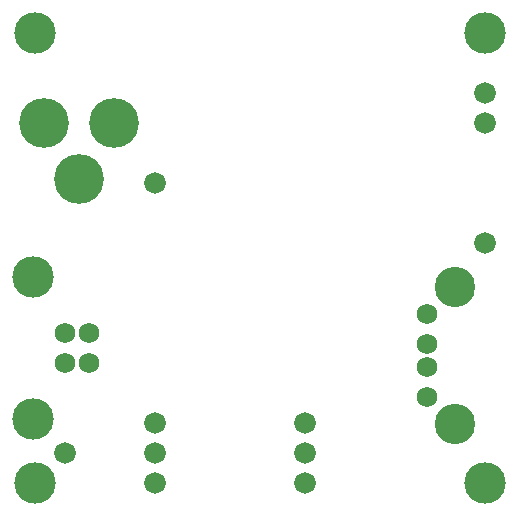
<source format=gbs>
G75*
G70*
%OFA0B0*%
%FSLAX24Y24*%
%IPPOS*%
%LPD*%
%AMOC8*
5,1,8,0,0,1.08239X$1,22.5*
%
%ADD10C,0.0680*%
%ADD11C,0.1380*%
%ADD12C,0.1346*%
%ADD13C,0.0720*%
%ADD14C,0.1660*%
D10*
X005054Y005240D03*
X005834Y005240D03*
X005834Y006224D03*
X005054Y006224D03*
X017109Y005876D03*
X017109Y005088D03*
X017109Y004104D03*
X017109Y006860D03*
D11*
X004054Y001232D03*
X003984Y003362D03*
X003984Y008102D03*
X004054Y016232D03*
X019054Y016232D03*
X019054Y001232D03*
D12*
X018054Y003198D03*
X018054Y007765D03*
D13*
X019054Y009232D03*
X019054Y013232D03*
X019054Y014232D03*
X008054Y011232D03*
X008054Y003232D03*
X008054Y002232D03*
X008054Y001232D03*
X005054Y002232D03*
X013054Y002232D03*
X013054Y001232D03*
X013054Y003232D03*
D14*
X005516Y011381D03*
X004335Y013232D03*
X006698Y013232D03*
M02*

</source>
